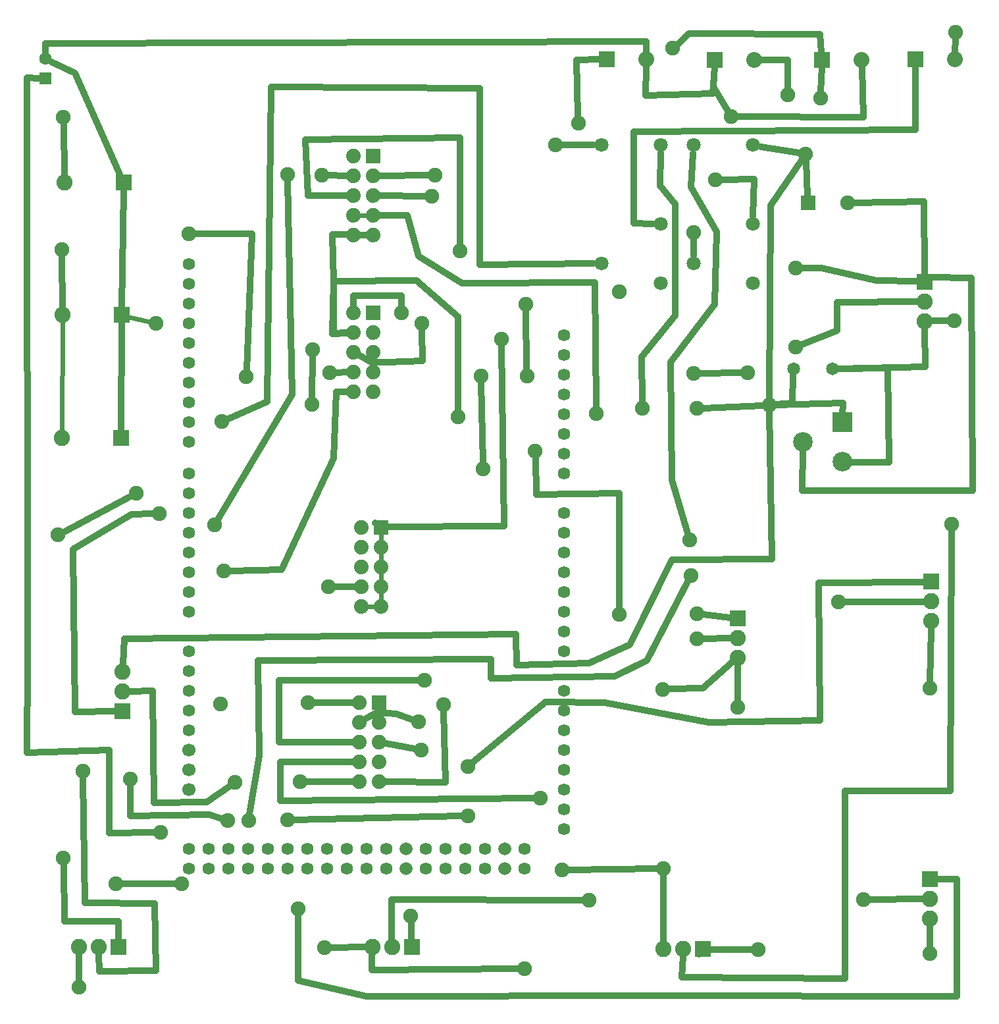
<source format=gbl>
G04 MADE WITH FRITZING*
G04 WWW.FRITZING.ORG*
G04 DOUBLE SIDED*
G04 HOLES PLATED*
G04 CONTOUR ON CENTER OF CONTOUR VECTOR*
%ASAXBY*%
%FSLAX23Y23*%
%MOIN*%
%OFA0B0*%
%SFA1.0B1.0*%
%ADD10C,0.075433*%
%ADD11C,0.082000*%
%ADD12C,0.062992*%
%ADD13C,0.071181*%
%ADD14C,0.080000*%
%ADD15C,0.074000*%
%ADD16C,0.065000*%
%ADD17C,0.099000*%
%ADD18C,0.075000*%
%ADD19C,0.062500*%
%ADD20C,0.065555*%
%ADD21C,0.066695*%
%ADD22C,0.048611*%
%ADD23C,0.051667*%
%ADD24C,0.052806*%
%ADD25R,0.082000X0.082000*%
%ADD26R,0.062992X0.062992*%
%ADD27R,0.080000X0.080000*%
%ADD28R,0.074000X0.074000*%
%ADD29R,0.099000X0.099000*%
%ADD30R,0.075000X0.075000*%
%ADD31C,0.032000*%
%ADD32C,0.024000*%
%LNCOPPER0*%
G90*
G70*
G54D10*
X989Y3926D03*
G54D11*
X4745Y658D03*
X4745Y558D03*
X4745Y458D03*
X4745Y658D03*
X4745Y558D03*
X4745Y458D03*
X3595Y304D03*
X3495Y304D03*
X3395Y304D03*
X3595Y304D03*
X3495Y304D03*
X3395Y304D03*
X2119Y313D03*
X2019Y313D03*
X1919Y313D03*
X2119Y313D03*
X2019Y313D03*
X1919Y313D03*
X4750Y2163D03*
X4750Y2063D03*
X4750Y1963D03*
X4750Y2163D03*
X4750Y2063D03*
X4750Y1963D03*
X655Y1509D03*
X655Y1609D03*
X655Y1709D03*
X655Y1509D03*
X655Y1609D03*
X655Y1709D03*
X635Y315D03*
X535Y315D03*
X435Y315D03*
X635Y315D03*
X535Y315D03*
X435Y315D03*
X3769Y1978D03*
X3769Y1878D03*
X3769Y1778D03*
X3769Y1978D03*
X3769Y1878D03*
X3769Y1778D03*
G54D12*
X263Y4711D03*
X263Y4810D03*
X263Y4711D03*
X263Y4810D03*
G54D13*
X3080Y3775D03*
X3080Y4375D03*
X3380Y4375D03*
X3380Y3675D03*
X3380Y3975D03*
X3080Y3775D03*
X3080Y4375D03*
X3380Y4375D03*
X3380Y3675D03*
X3380Y3975D03*
X3080Y3775D03*
X3080Y4375D03*
X3380Y4375D03*
X3380Y3675D03*
X3380Y3975D03*
X3547Y3773D03*
X3547Y4373D03*
X3847Y4373D03*
X3847Y3673D03*
X3847Y3973D03*
X3547Y3773D03*
X3547Y4373D03*
X3847Y4373D03*
X3847Y3673D03*
X3847Y3973D03*
X3547Y3773D03*
X3547Y4373D03*
X3847Y4373D03*
X3847Y3673D03*
X3847Y3973D03*
G54D14*
X3107Y4808D03*
X3307Y4808D03*
X3107Y4808D03*
X3307Y4808D03*
X4670Y4808D03*
X4870Y4808D03*
X4670Y4808D03*
X4870Y4808D03*
X4198Y4804D03*
X4398Y4804D03*
X4198Y4804D03*
X4398Y4804D03*
X3654Y4804D03*
X3854Y4804D03*
X3654Y4804D03*
X3854Y4804D03*
G54D11*
X4717Y3682D03*
X4717Y3582D03*
X4717Y3482D03*
X4717Y3682D03*
X4717Y3582D03*
X4717Y3482D03*
G54D15*
X1824Y4318D03*
X1824Y4218D03*
X1824Y4118D03*
X1824Y4018D03*
X1824Y3918D03*
X1924Y4318D03*
X1924Y4218D03*
X1924Y4118D03*
X1924Y4018D03*
X1924Y3918D03*
X1824Y4318D03*
X1824Y4218D03*
X1824Y4118D03*
X1824Y4018D03*
X1824Y3918D03*
X1924Y4318D03*
X1924Y4218D03*
X1924Y4118D03*
X1924Y4018D03*
X1924Y3918D03*
X1825Y3524D03*
X1825Y3424D03*
X1825Y3324D03*
X1825Y3224D03*
X1825Y3124D03*
X1925Y3524D03*
X1925Y3424D03*
X1925Y3324D03*
X1925Y3224D03*
X1925Y3124D03*
X1825Y3524D03*
X1825Y3424D03*
X1825Y3324D03*
X1825Y3224D03*
X1825Y3124D03*
X1925Y3524D03*
X1925Y3424D03*
X1925Y3324D03*
X1925Y3224D03*
X1925Y3124D03*
X1863Y2439D03*
X1863Y2339D03*
X1863Y2239D03*
X1863Y2139D03*
X1863Y2039D03*
X1963Y2439D03*
X1963Y2339D03*
X1963Y2239D03*
X1963Y2139D03*
X1963Y2039D03*
X1863Y2439D03*
X1863Y2339D03*
X1863Y2239D03*
X1863Y2139D03*
X1863Y2039D03*
X1963Y2439D03*
X1963Y2339D03*
X1963Y2239D03*
X1963Y2139D03*
X1963Y2039D03*
G54D11*
X660Y4184D03*
X360Y4184D03*
X660Y4184D03*
X360Y4184D03*
X649Y3513D03*
X349Y3513D03*
X649Y3513D03*
X349Y3513D03*
X647Y2892D03*
X347Y2892D03*
X647Y2892D03*
X347Y2892D03*
G54D16*
X4052Y3241D03*
X4249Y3241D03*
X4052Y3241D03*
X4249Y3241D03*
X4052Y3241D03*
X4249Y3241D03*
G54D17*
X4300Y2770D03*
X4300Y2970D03*
X4100Y2870D03*
X4300Y2770D03*
X4300Y2970D03*
X4100Y2870D03*
G54D18*
X4064Y3352D03*
X4064Y3752D03*
X4064Y3352D03*
X4064Y3752D03*
G54D10*
X4406Y556D03*
X2362Y3837D03*
X2769Y1068D03*
X3017Y552D03*
X2745Y2824D03*
X3170Y1997D03*
X1543Y508D03*
X355Y765D03*
X694Y1163D03*
X1151Y1544D03*
X454Y1206D03*
X2182Y1666D03*
X2170Y3470D03*
X326Y2400D03*
X620Y636D03*
X955Y634D03*
X2355Y2997D03*
X2572Y3391D03*
X3737Y4517D03*
X1489Y4226D03*
X1614Y3061D03*
X1280Y3202D03*
X1618Y3339D03*
X1554Y1150D03*
X1224Y1148D03*
X1595Y1552D03*
X2469Y3206D03*
X2481Y2733D03*
G54D19*
X2889Y1511D03*
X2889Y3111D03*
X2889Y1411D03*
X2889Y1311D03*
X2889Y1211D03*
X2889Y1111D03*
X1489Y811D03*
X2889Y1011D03*
X2889Y911D03*
X989Y3071D03*
X2889Y2511D03*
X2889Y2411D03*
X2889Y2311D03*
X2889Y2211D03*
X2289Y811D03*
X2889Y2111D03*
X2889Y2011D03*
X2889Y1911D03*
X2889Y1811D03*
X989Y2311D03*
X1089Y811D03*
X1889Y811D03*
X2689Y811D03*
X989Y3471D03*
X2889Y2711D03*
X989Y2711D03*
X1289Y811D03*
X1689Y811D03*
G54D20*
X2089Y811D03*
G54D21*
X989Y1111D03*
G54D19*
X2489Y811D03*
G54D21*
X989Y1211D03*
X989Y1311D03*
G54D19*
X989Y1411D03*
X989Y1511D03*
X989Y1611D03*
X989Y1711D03*
X989Y1811D03*
X989Y3671D03*
X989Y3271D03*
X989Y2871D03*
X2889Y3311D03*
X2889Y2911D03*
X989Y2111D03*
X989Y2511D03*
X989Y811D03*
X1189Y811D03*
X1389Y811D03*
X1589Y811D03*
X1789Y811D03*
X1989Y811D03*
X2189Y811D03*
X2389Y811D03*
G54D20*
X2589Y811D03*
G54D19*
X989Y3771D03*
X989Y3571D03*
X989Y3371D03*
X989Y3171D03*
X989Y2971D03*
X2889Y3411D03*
X2889Y3211D03*
X2889Y3011D03*
X2889Y2811D03*
X989Y2011D03*
X989Y2211D03*
X989Y2411D03*
X989Y2611D03*
X989Y711D03*
X1089Y711D03*
X1189Y711D03*
X1289Y711D03*
X1389Y711D03*
X1489Y711D03*
X1589Y711D03*
X1689Y711D03*
X1789Y711D03*
X1889Y711D03*
X1989Y711D03*
G54D20*
X2089Y711D03*
G54D19*
X2189Y711D03*
X2289Y711D03*
X2389Y711D03*
X2489Y711D03*
G54D20*
X2589Y711D03*
G54D19*
X2689Y711D03*
X2889Y1611D03*
G54D22*
X2889Y1511D03*
X2889Y3111D03*
X2889Y1411D03*
X2889Y1311D03*
X2889Y1211D03*
X2889Y1111D03*
X1489Y811D03*
X2889Y1011D03*
X2889Y911D03*
X989Y3071D03*
X2889Y2511D03*
X2889Y2411D03*
X2889Y2311D03*
X2889Y2211D03*
X2289Y811D03*
X2889Y2111D03*
X2889Y2011D03*
X2889Y1911D03*
X2889Y1811D03*
X989Y2311D03*
X1089Y811D03*
X1889Y811D03*
X2689Y811D03*
X989Y3471D03*
X2889Y2711D03*
X989Y2711D03*
X1289Y811D03*
X1689Y811D03*
G54D23*
X2089Y811D03*
G54D24*
X989Y1111D03*
G54D22*
X2489Y811D03*
G54D24*
X989Y1211D03*
X989Y1311D03*
G54D22*
X989Y1411D03*
X989Y1511D03*
X989Y1611D03*
X989Y1711D03*
X989Y1811D03*
X989Y3671D03*
X989Y3271D03*
X989Y2871D03*
X2889Y3311D03*
X2889Y2911D03*
X989Y2111D03*
X989Y2511D03*
X989Y811D03*
X1189Y811D03*
X1389Y811D03*
X1589Y811D03*
X1789Y811D03*
X1989Y811D03*
X2189Y811D03*
X2389Y811D03*
G54D23*
X2589Y811D03*
G54D22*
X989Y3771D03*
X989Y3571D03*
X989Y3371D03*
X989Y3171D03*
X989Y2971D03*
X2889Y3411D03*
X2889Y3211D03*
X2889Y3011D03*
X2889Y2811D03*
X989Y2011D03*
X989Y2211D03*
X989Y2411D03*
X989Y2611D03*
X989Y711D03*
X1089Y711D03*
X1189Y711D03*
X1289Y711D03*
X1389Y711D03*
X1489Y711D03*
X1589Y711D03*
X1689Y711D03*
X1789Y711D03*
X1889Y711D03*
X1989Y711D03*
G54D23*
X2089Y711D03*
G54D22*
X2189Y711D03*
X2289Y711D03*
X2389Y711D03*
X2489Y711D03*
G54D23*
X2589Y711D03*
G54D22*
X2689Y711D03*
X2889Y1611D03*
G54D10*
X3533Y2195D03*
X3528Y2375D03*
X3391Y1619D03*
X2402Y1229D03*
X2402Y978D03*
X3395Y710D03*
X3564Y3040D03*
X3288Y3040D03*
X2280Y1540D03*
G54D15*
X1855Y1552D03*
X1855Y1452D03*
X1855Y1352D03*
X1855Y1252D03*
X1855Y1152D03*
X1955Y1552D03*
X1955Y1452D03*
X1955Y1352D03*
X1955Y1252D03*
X1955Y1152D03*
X1855Y1552D03*
X1855Y1452D03*
X1855Y1352D03*
X1855Y1252D03*
X1855Y1152D03*
X1955Y1552D03*
X1955Y1452D03*
X1955Y1352D03*
X1955Y1252D03*
X1955Y1152D03*
G54D10*
X2847Y4375D03*
X4875Y4946D03*
X4025Y4627D03*
X4855Y2454D03*
X1698Y2139D03*
X2154Y1454D03*
X1702Y3222D03*
X2068Y3525D03*
X1158Y2974D03*
X824Y3470D03*
X2115Y470D03*
X1119Y2450D03*
X1166Y2218D03*
X839Y2509D03*
X725Y2611D03*
X347Y3844D03*
X355Y4513D03*
X2221Y4115D03*
X2237Y4222D03*
X1662Y4222D03*
X3052Y3013D03*
X4745Y1623D03*
X4280Y2060D03*
X3769Y1529D03*
X3564Y1875D03*
X3564Y2001D03*
X2879Y706D03*
X2690Y206D03*
X434Y111D03*
X1292Y954D03*
X1186Y954D03*
X847Y895D03*
X2166Y1312D03*
X4745Y281D03*
X1489Y958D03*
X1678Y312D03*
X3441Y4863D03*
X3875Y300D03*
X3658Y4198D03*
X2962Y4485D03*
X3548Y3930D03*
G54D18*
X4127Y4080D03*
X4327Y4080D03*
G54D10*
X4115Y4328D03*
X3930Y3057D03*
X4190Y4611D03*
X4867Y3485D03*
X3170Y3631D03*
X3548Y3218D03*
X3820Y3222D03*
X2702Y3206D03*
X2698Y3568D03*
G54D25*
X4745Y658D03*
X4745Y658D03*
X3595Y304D03*
X3595Y304D03*
X2119Y313D03*
X2119Y313D03*
X4750Y2163D03*
X4750Y2163D03*
X655Y1509D03*
X655Y1509D03*
X635Y315D03*
X635Y315D03*
X3769Y1978D03*
X3769Y1978D03*
G54D26*
X263Y4711D03*
X263Y4711D03*
G54D27*
X3107Y4808D03*
X3107Y4808D03*
X4670Y4808D03*
X4670Y4808D03*
X4198Y4804D03*
X4198Y4804D03*
X3654Y4804D03*
X3654Y4804D03*
G54D25*
X4717Y3682D03*
X4717Y3682D03*
G54D28*
X1924Y4318D03*
X1924Y4318D03*
X1925Y3524D03*
X1925Y3524D03*
X1963Y2439D03*
X1963Y2439D03*
G54D25*
X660Y4184D03*
X660Y4184D03*
X649Y3513D03*
X649Y3513D03*
X647Y2892D03*
X647Y2892D03*
G54D29*
X4300Y2970D03*
X4300Y2970D03*
G54D28*
X1955Y1552D03*
X1955Y1552D03*
G54D30*
X4127Y4080D03*
G54D31*
X3307Y4845D02*
X3307Y4898D01*
D02*
X264Y4889D02*
X263Y4842D01*
D02*
X3307Y4898D02*
X264Y4889D01*
D02*
X3017Y1750D02*
X3225Y1845D01*
D02*
X2650Y1742D02*
X3017Y1750D01*
D02*
X2648Y1898D02*
X2650Y1742D01*
D02*
X656Y1747D02*
X663Y1876D01*
D02*
X663Y1876D02*
X2648Y1898D01*
D02*
X3225Y1845D02*
X3437Y2273D01*
D02*
X3930Y3092D02*
X3937Y4067D01*
D02*
X3937Y4067D02*
X4096Y4300D01*
D02*
X3930Y3023D02*
X3942Y2278D01*
D02*
X3379Y4333D02*
X3378Y4167D01*
D02*
X1523Y959D02*
X2368Y977D01*
D02*
X3625Y1450D02*
X4188Y1461D01*
D02*
X3098Y1550D02*
X3625Y1450D01*
D02*
X2798Y1556D02*
X3098Y1550D01*
D02*
X4188Y1461D02*
X4181Y2159D01*
D02*
X587Y892D02*
X813Y894D01*
D02*
X175Y1761D02*
X170Y1298D01*
D02*
X170Y4713D02*
X175Y1761D01*
D02*
X230Y4712D02*
X170Y4713D01*
D02*
X1340Y1765D02*
X2520Y1770D01*
D02*
X3437Y2678D02*
X3429Y3273D01*
D02*
X3518Y2408D02*
X3437Y2678D01*
D02*
X1348Y1280D02*
X1340Y1765D01*
D02*
X1298Y988D02*
X1348Y1280D01*
D02*
X3048Y3678D02*
X3052Y3047D01*
D02*
X2153Y3811D02*
X2375Y3673D01*
D02*
X2098Y4017D02*
X2153Y3811D01*
D02*
X1960Y4018D02*
X2098Y4017D01*
G54D32*
D02*
X1824Y4018D02*
X1893Y4018D01*
G54D31*
D02*
X3592Y1624D02*
X3740Y1753D01*
D02*
X3425Y1620D02*
X3592Y1624D01*
D02*
X2913Y706D02*
X3360Y710D01*
D02*
X647Y2930D02*
X649Y3476D01*
D02*
X4441Y556D02*
X4707Y558D01*
D02*
X617Y1509D02*
X414Y1506D01*
D02*
X414Y1506D02*
X403Y2328D01*
D02*
X403Y2328D02*
X700Y2506D01*
D02*
X700Y2506D02*
X805Y2508D01*
D02*
X3242Y3978D02*
X3245Y4442D01*
D02*
X3245Y4442D02*
X4670Y4450D01*
D02*
X1592Y4117D02*
X1581Y4400D01*
D02*
X1581Y4400D02*
X2363Y4410D01*
D02*
X1787Y4118D02*
X1592Y4117D01*
D02*
X2363Y4410D02*
X2362Y3871D01*
D02*
X2982Y552D02*
X2017Y553D01*
D02*
X2017Y553D02*
X2018Y351D01*
D02*
X454Y1171D02*
X462Y539D01*
D02*
X462Y539D02*
X818Y535D01*
D02*
X818Y535D02*
X825Y195D01*
D02*
X825Y195D02*
X537Y191D01*
D02*
X537Y191D02*
X535Y277D01*
D02*
X1858Y3307D02*
X1914Y3276D01*
D02*
X1914Y3276D02*
X1992Y3276D01*
D02*
X1992Y3276D02*
X2174Y3280D01*
D02*
X2174Y3280D02*
X2171Y3435D01*
D02*
X695Y2595D02*
X356Y2416D01*
D02*
X654Y636D02*
X920Y635D01*
D02*
X1718Y3417D02*
X1722Y3684D01*
D02*
X1717Y3920D02*
X1887Y3918D01*
D02*
X1722Y3684D02*
X1717Y3920D01*
D02*
X1789Y3422D02*
X1718Y3417D01*
D02*
X2355Y3506D02*
X2142Y3689D01*
D02*
X2355Y3032D02*
X2355Y3506D01*
D02*
X1723Y3686D02*
X1723Y3420D01*
D02*
X1723Y3420D02*
X1789Y3423D01*
D02*
X2142Y3689D02*
X1723Y3686D01*
D02*
X659Y4146D02*
X650Y3551D01*
D02*
X292Y4796D02*
X412Y4739D01*
D02*
X412Y4739D02*
X644Y4219D01*
D02*
X3772Y4517D02*
X4406Y4514D01*
D02*
X4406Y4514D02*
X4399Y4768D01*
D02*
X1544Y143D02*
X1543Y474D01*
D02*
X1889Y64D02*
X1544Y143D01*
D02*
X3317Y67D02*
X1889Y64D01*
D02*
X4881Y65D02*
X3317Y67D01*
D02*
X4783Y658D02*
X4881Y658D01*
D02*
X4881Y658D02*
X4881Y65D01*
D02*
X356Y731D02*
X359Y443D01*
D02*
X1153Y965D02*
X1092Y986D01*
D02*
X695Y978D02*
X694Y1128D01*
D02*
X1092Y986D02*
X695Y978D01*
D02*
X633Y443D02*
X634Y353D01*
D02*
X359Y443D02*
X633Y443D01*
G54D32*
D02*
X680Y3506D02*
X796Y3477D01*
G54D31*
D02*
X1725Y2789D02*
X1459Y2223D01*
D02*
X1459Y2223D02*
X1201Y2218D01*
D02*
X1737Y3123D02*
X1725Y2789D01*
D02*
X1789Y3124D02*
X1737Y3123D01*
D02*
X1190Y2988D02*
X1388Y3076D01*
D02*
X1388Y3076D02*
X1407Y4669D01*
D02*
X1407Y4669D02*
X2463Y4661D01*
D02*
X2463Y4661D02*
X2463Y3769D01*
D02*
X2463Y3769D02*
X3037Y3775D01*
D02*
X1514Y3110D02*
X1490Y4191D01*
D02*
X1137Y2479D02*
X1514Y3110D01*
D02*
X1282Y3236D02*
X1309Y3925D01*
D02*
X1309Y3925D02*
X1023Y3926D01*
D02*
X4670Y4450D02*
X4670Y4772D01*
D02*
X3378Y4167D02*
X3455Y4076D01*
D02*
X2746Y2790D02*
X2751Y2606D01*
D02*
X2751Y2606D02*
X3170Y2611D01*
D02*
X3170Y2611D02*
X3170Y2032D01*
D02*
X1615Y3096D02*
X1618Y3305D01*
D02*
X588Y1310D02*
X587Y892D01*
D02*
X170Y1298D02*
X588Y1310D01*
D02*
X1588Y1151D02*
X1818Y1152D01*
D02*
X1081Y1047D02*
X1196Y1128D01*
D02*
X814Y1043D02*
X1081Y1047D01*
D02*
X807Y1610D02*
X814Y1043D01*
D02*
X692Y1609D02*
X807Y1610D01*
D02*
X3309Y1764D02*
X3517Y2164D01*
D02*
X3148Y1686D02*
X3309Y1764D01*
D02*
X2520Y1675D02*
X3148Y1686D01*
D02*
X2520Y1770D02*
X2520Y1675D01*
D02*
X1448Y1666D02*
X2148Y1666D01*
D02*
X1448Y1350D02*
X1448Y1666D01*
D02*
X4181Y2159D02*
X4712Y2162D01*
D02*
X3598Y3042D02*
X3895Y3056D01*
D02*
X3285Y3302D02*
X3288Y3075D01*
D02*
X3455Y3510D02*
X3285Y3302D01*
D02*
X3455Y4076D02*
X3455Y3510D01*
D02*
X2375Y3673D02*
X3048Y3678D01*
D02*
X2470Y3171D02*
X2480Y2768D01*
D02*
X4081Y4334D02*
X3888Y4366D01*
D02*
X3437Y2273D02*
X3942Y2278D01*
D02*
X1818Y1552D02*
X1630Y1552D01*
D02*
X1455Y1250D02*
X1452Y1055D01*
D02*
X1452Y1055D02*
X2734Y1068D01*
D02*
X1818Y1352D02*
X1448Y1350D01*
D02*
X1818Y1252D02*
X1455Y1250D01*
D02*
X2429Y1251D02*
X2798Y1556D01*
D02*
X2289Y1148D02*
X2281Y1506D01*
D02*
X1992Y1152D02*
X2289Y1148D01*
D02*
X3533Y4161D02*
X3544Y4331D01*
D02*
X3663Y3935D02*
X3533Y4161D01*
D02*
X3655Y3569D02*
X3663Y3935D01*
D02*
X3429Y3273D02*
X3655Y3569D01*
D02*
X2882Y4375D02*
X3037Y4375D01*
D02*
X4871Y4845D02*
X4874Y4912D01*
D02*
X4025Y4806D02*
X3891Y4805D01*
D02*
X4025Y4661D02*
X4025Y4806D01*
D02*
X3337Y3976D02*
X3242Y3978D01*
D02*
X4855Y2419D02*
X4848Y1106D01*
D02*
X4314Y156D02*
X3487Y161D01*
D02*
X4314Y1106D02*
X4314Y156D01*
D02*
X3487Y161D02*
X3493Y267D01*
D02*
X4848Y1106D02*
X4314Y1106D01*
D02*
X1959Y2442D02*
X2587Y2445D01*
D02*
X1933Y2461D02*
X1959Y2442D01*
G54D32*
D02*
X1963Y2370D02*
X1963Y2408D01*
D02*
X1963Y2270D02*
X1963Y2308D01*
D02*
X1963Y2170D02*
X1963Y2208D01*
D02*
X1963Y2070D02*
X1963Y2108D01*
D02*
X1894Y2039D02*
X1931Y2039D01*
G54D31*
D02*
X1826Y2139D02*
X1732Y2139D01*
D02*
X1944Y1502D02*
X2040Y1495D01*
D02*
X2040Y1495D02*
X2122Y1465D01*
D02*
X1887Y1470D02*
X1944Y1502D01*
D02*
X1789Y3224D02*
X1736Y3222D01*
D02*
X1825Y3610D02*
X2066Y3610D01*
D02*
X1825Y3561D02*
X1825Y3610D01*
D02*
X2066Y3610D02*
X2067Y3559D01*
D02*
X2116Y435D02*
X2118Y351D01*
D02*
X349Y3551D02*
X348Y3809D01*
G54D32*
D02*
X349Y3481D02*
X347Y2924D01*
G54D31*
D02*
X359Y4222D02*
X356Y4479D01*
G54D32*
D02*
X1893Y3918D02*
X1855Y3918D01*
D02*
X1855Y4018D02*
X1893Y4018D01*
G54D31*
D02*
X1960Y4118D02*
X2187Y4116D01*
D02*
X1960Y4218D02*
X2203Y4221D01*
D02*
X4749Y1925D02*
X4745Y1658D01*
D02*
X4315Y2060D02*
X4712Y2062D01*
D02*
X3769Y1563D02*
X3769Y1740D01*
D02*
X3598Y1876D02*
X3731Y1877D01*
D02*
X3598Y1997D02*
X3731Y1982D01*
D02*
X1917Y198D02*
X2655Y205D01*
D02*
X1918Y275D02*
X1917Y198D01*
D02*
X435Y277D02*
X434Y146D01*
D02*
X1991Y1345D02*
X2132Y1319D01*
D02*
X4745Y421D02*
X4745Y315D01*
D02*
X3303Y4623D02*
X3306Y4772D01*
D02*
X3642Y4634D02*
X3303Y4623D01*
D02*
X3652Y4768D02*
X3642Y4634D01*
D02*
X3648Y4667D02*
X3653Y4773D01*
D02*
X3722Y4542D02*
X3648Y4667D01*
D02*
X1787Y4219D02*
X1697Y4221D01*
D02*
X1712Y312D02*
X1881Y313D01*
D02*
X3846Y300D02*
X3592Y300D01*
D02*
X3592Y300D02*
X3575Y279D01*
D02*
X3395Y342D02*
X3395Y675D01*
D02*
X3693Y4198D02*
X3853Y4200D01*
D02*
X3853Y4200D02*
X3848Y4016D01*
D02*
X3071Y4808D02*
X2955Y4806D01*
D02*
X2955Y4806D02*
X2961Y4520D01*
D02*
X3548Y3896D02*
X3547Y3816D01*
D02*
X4475Y3689D02*
X4192Y3750D01*
D02*
X4192Y3750D02*
X4098Y3751D01*
D02*
X4680Y3683D02*
X4475Y3689D01*
D02*
X4275Y3434D02*
X4275Y3578D01*
D02*
X4096Y3364D02*
X4275Y3434D01*
D02*
X4275Y3578D02*
X4680Y3582D01*
D02*
X4117Y4294D02*
X4125Y4114D01*
D02*
X4714Y4089D02*
X4361Y4081D01*
D02*
X4717Y3720D02*
X4714Y4089D01*
D02*
X4720Y3250D02*
X4718Y3445D01*
D02*
X4279Y3242D02*
X4720Y3250D01*
D02*
X2587Y2445D02*
X2572Y3357D01*
D02*
X4742Y3706D02*
X4741Y3704D01*
D02*
X4959Y2623D02*
X4953Y3700D01*
D02*
X4098Y2623D02*
X4959Y2623D01*
D02*
X4100Y2838D02*
X4098Y2623D01*
D02*
X4953Y3700D02*
X4742Y3706D01*
D02*
X4537Y2767D02*
X4531Y3245D01*
D02*
X4531Y3245D02*
X4274Y3242D01*
D02*
X4332Y2769D02*
X4537Y2767D01*
D02*
X4191Y4646D02*
X4196Y4768D01*
D02*
X4750Y3483D02*
X4838Y3485D01*
D02*
X4303Y3067D02*
X4301Y3007D01*
D02*
X3964Y3058D02*
X4303Y3067D01*
D02*
X3964Y3060D02*
X4048Y3067D01*
D02*
X4048Y3067D02*
X4051Y3211D01*
D02*
X3583Y3218D02*
X3785Y3221D01*
D02*
X2701Y3240D02*
X2698Y3534D01*
D02*
X3466Y4886D02*
X3525Y4939D01*
D02*
X3525Y4939D02*
X4187Y4934D01*
D02*
X4187Y4934D02*
X4195Y4841D01*
G04 End of Copper0*
M02*
</source>
